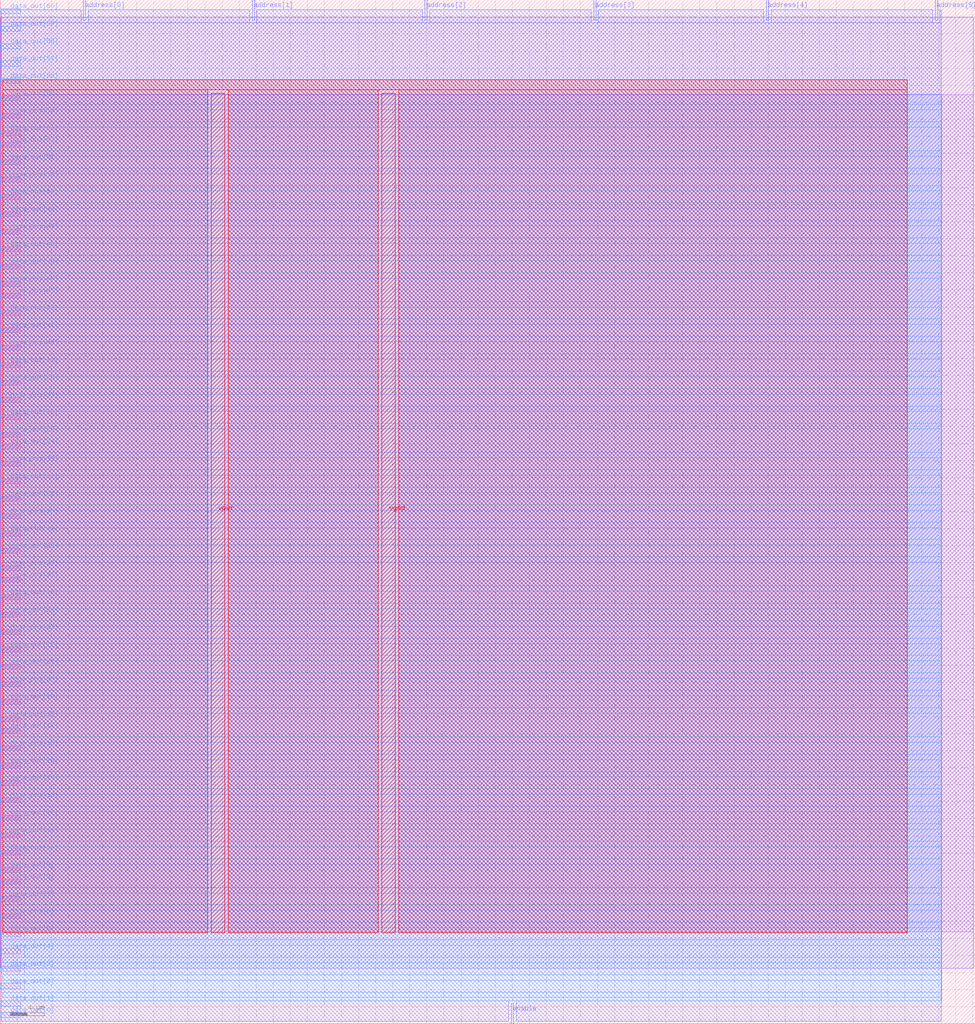
<source format=lef>
VERSION 5.7 ;
  NOWIREEXTENSIONATPIN ON ;
  DIVIDERCHAR "/" ;
  BUSBITCHARS "[]" ;
MACRO decoder6to61
  CLASS BLOCK ;
  FOREIGN decoder6to61 ;
  ORIGIN 0.000 0.000 ;
  SIZE 114.270 BY 120.000 ;
  PIN address[0]
    DIRECTION INPUT ;
    PORT
      LAYER met2 ;
        RECT 9.750 117.600 10.030 120.000 ;
    END
  END address[0]
  PIN address[1]
    DIRECTION INPUT ;
    PORT
      LAYER met2 ;
        RECT 29.530 117.600 29.810 120.000 ;
    END
  END address[1]
  PIN address[2]
    DIRECTION INPUT ;
    PORT
      LAYER met2 ;
        RECT 49.770 117.600 50.050 120.000 ;
    END
  END address[2]
  PIN address[3]
    DIRECTION INPUT ;
    PORT
      LAYER met2 ;
        RECT 69.550 117.600 69.830 120.000 ;
    END
  END address[3]
  PIN address[4]
    DIRECTION INPUT ;
    PORT
      LAYER met2 ;
        RECT 89.790 117.600 90.070 120.000 ;
    END
  END address[4]
  PIN address[5]
    DIRECTION INPUT ;
    PORT
      LAYER met2 ;
        RECT 109.570 117.600 109.850 120.000 ;
    END
  END address[5]
  PIN data_out[0]
    DIRECTION OUTPUT TRISTATE ;
    PORT
      LAYER met3 ;
        RECT 0.000 0.720 2.400 1.320 ;
    END
  END data_out[0]
  PIN data_out[10]
    DIRECTION OUTPUT TRISTATE ;
    PORT
      LAYER met3 ;
        RECT 0.000 19.760 2.400 20.360 ;
    END
  END data_out[10]
  PIN data_out[11]
    DIRECTION OUTPUT TRISTATE ;
    PORT
      LAYER met3 ;
        RECT 0.000 21.800 2.400 22.400 ;
    END
  END data_out[11]
  PIN data_out[12]
    DIRECTION OUTPUT TRISTATE ;
    PORT
      LAYER met3 ;
        RECT 0.000 23.840 2.400 24.440 ;
    END
  END data_out[12]
  PIN data_out[13]
    DIRECTION OUTPUT TRISTATE ;
    PORT
      LAYER met3 ;
        RECT 0.000 25.880 2.400 26.480 ;
    END
  END data_out[13]
  PIN data_out[14]
    DIRECTION OUTPUT TRISTATE ;
    PORT
      LAYER met3 ;
        RECT 0.000 27.920 2.400 28.520 ;
    END
  END data_out[14]
  PIN data_out[15]
    DIRECTION OUTPUT TRISTATE ;
    PORT
      LAYER met3 ;
        RECT 0.000 29.960 2.400 30.560 ;
    END
  END data_out[15]
  PIN data_out[16]
    DIRECTION OUTPUT TRISTATE ;
    PORT
      LAYER met3 ;
        RECT 0.000 32.000 2.400 32.600 ;
    END
  END data_out[16]
  PIN data_out[17]
    DIRECTION OUTPUT TRISTATE ;
    PORT
      LAYER met3 ;
        RECT 0.000 34.040 2.400 34.640 ;
    END
  END data_out[17]
  PIN data_out[18]
    DIRECTION OUTPUT TRISTATE ;
    PORT
      LAYER met3 ;
        RECT 0.000 35.400 2.400 36.000 ;
    END
  END data_out[18]
  PIN data_out[19]
    DIRECTION OUTPUT TRISTATE ;
    PORT
      LAYER met3 ;
        RECT 0.000 37.440 2.400 38.040 ;
    END
  END data_out[19]
  PIN data_out[1]
    DIRECTION OUTPUT TRISTATE ;
    PORT
      LAYER met3 ;
        RECT 0.000 2.080 2.400 2.680 ;
    END
  END data_out[1]
  PIN data_out[20]
    DIRECTION OUTPUT TRISTATE ;
    PORT
      LAYER met3 ;
        RECT 0.000 39.480 2.400 40.080 ;
    END
  END data_out[20]
  PIN data_out[21]
    DIRECTION OUTPUT TRISTATE ;
    PORT
      LAYER met3 ;
        RECT 0.000 41.520 2.400 42.120 ;
    END
  END data_out[21]
  PIN data_out[22]
    DIRECTION OUTPUT TRISTATE ;
    PORT
      LAYER met3 ;
        RECT 0.000 43.560 2.400 44.160 ;
    END
  END data_out[22]
  PIN data_out[23]
    DIRECTION OUTPUT TRISTATE ;
    PORT
      LAYER met3 ;
        RECT 0.000 45.600 2.400 46.200 ;
    END
  END data_out[23]
  PIN data_out[24]
    DIRECTION OUTPUT TRISTATE ;
    PORT
      LAYER met3 ;
        RECT 0.000 47.640 2.400 48.240 ;
    END
  END data_out[24]
  PIN data_out[25]
    DIRECTION OUTPUT TRISTATE ;
    PORT
      LAYER met3 ;
        RECT 0.000 49.680 2.400 50.280 ;
    END
  END data_out[25]
  PIN data_out[26]
    DIRECTION OUTPUT TRISTATE ;
    PORT
      LAYER met3 ;
        RECT 0.000 51.720 2.400 52.320 ;
    END
  END data_out[26]
  PIN data_out[27]
    DIRECTION OUTPUT TRISTATE ;
    PORT
      LAYER met3 ;
        RECT 0.000 53.080 2.400 53.680 ;
    END
  END data_out[27]
  PIN data_out[28]
    DIRECTION OUTPUT TRISTATE ;
    PORT
      LAYER met3 ;
        RECT 0.000 55.120 2.400 55.720 ;
    END
  END data_out[28]
  PIN data_out[29]
    DIRECTION OUTPUT TRISTATE ;
    PORT
      LAYER met3 ;
        RECT 0.000 57.160 2.400 57.760 ;
    END
  END data_out[29]
  PIN data_out[2]
    DIRECTION OUTPUT TRISTATE ;
    PORT
      LAYER met3 ;
        RECT 0.000 4.120 2.400 4.720 ;
    END
  END data_out[2]
  PIN data_out[30]
    DIRECTION OUTPUT TRISTATE ;
    PORT
      LAYER met3 ;
        RECT 0.000 59.200 2.400 59.800 ;
    END
  END data_out[30]
  PIN data_out[31]
    DIRECTION OUTPUT TRISTATE ;
    PORT
      LAYER met3 ;
        RECT 0.000 61.240 2.400 61.840 ;
    END
  END data_out[31]
  PIN data_out[32]
    DIRECTION OUTPUT TRISTATE ;
    PORT
      LAYER met3 ;
        RECT 0.000 63.280 2.400 63.880 ;
    END
  END data_out[32]
  PIN data_out[33]
    DIRECTION OUTPUT TRISTATE ;
    PORT
      LAYER met3 ;
        RECT 0.000 65.320 2.400 65.920 ;
    END
  END data_out[33]
  PIN data_out[34]
    DIRECTION OUTPUT TRISTATE ;
    PORT
      LAYER met3 ;
        RECT 0.000 67.360 2.400 67.960 ;
    END
  END data_out[34]
  PIN data_out[35]
    DIRECTION OUTPUT TRISTATE ;
    PORT
      LAYER met3 ;
        RECT 0.000 68.720 2.400 69.320 ;
    END
  END data_out[35]
  PIN data_out[36]
    DIRECTION OUTPUT TRISTATE ;
    PORT
      LAYER met3 ;
        RECT 0.000 70.760 2.400 71.360 ;
    END
  END data_out[36]
  PIN data_out[37]
    DIRECTION OUTPUT TRISTATE ;
    PORT
      LAYER met3 ;
        RECT 0.000 72.800 2.400 73.400 ;
    END
  END data_out[37]
  PIN data_out[38]
    DIRECTION OUTPUT TRISTATE ;
    PORT
      LAYER met3 ;
        RECT 0.000 74.840 2.400 75.440 ;
    END
  END data_out[38]
  PIN data_out[39]
    DIRECTION OUTPUT TRISTATE ;
    PORT
      LAYER met3 ;
        RECT 0.000 76.880 2.400 77.480 ;
    END
  END data_out[39]
  PIN data_out[3]
    DIRECTION OUTPUT TRISTATE ;
    PORT
      LAYER met3 ;
        RECT 0.000 6.160 2.400 6.760 ;
    END
  END data_out[3]
  PIN data_out[40]
    DIRECTION OUTPUT TRISTATE ;
    PORT
      LAYER met3 ;
        RECT 0.000 78.920 2.400 79.520 ;
    END
  END data_out[40]
  PIN data_out[41]
    DIRECTION OUTPUT TRISTATE ;
    PORT
      LAYER met3 ;
        RECT 0.000 80.960 2.400 81.560 ;
    END
  END data_out[41]
  PIN data_out[42]
    DIRECTION OUTPUT TRISTATE ;
    PORT
      LAYER met3 ;
        RECT 0.000 83.000 2.400 83.600 ;
    END
  END data_out[42]
  PIN data_out[43]
    DIRECTION OUTPUT TRISTATE ;
    PORT
      LAYER met3 ;
        RECT 0.000 85.040 2.400 85.640 ;
    END
  END data_out[43]
  PIN data_out[44]
    DIRECTION OUTPUT TRISTATE ;
    PORT
      LAYER met3 ;
        RECT 0.000 86.400 2.400 87.000 ;
    END
  END data_out[44]
  PIN data_out[45]
    DIRECTION OUTPUT TRISTATE ;
    PORT
      LAYER met3 ;
        RECT 0.000 88.440 2.400 89.040 ;
    END
  END data_out[45]
  PIN data_out[46]
    DIRECTION OUTPUT TRISTATE ;
    PORT
      LAYER met3 ;
        RECT 0.000 90.480 2.400 91.080 ;
    END
  END data_out[46]
  PIN data_out[47]
    DIRECTION OUTPUT TRISTATE ;
    PORT
      LAYER met3 ;
        RECT 0.000 92.520 2.400 93.120 ;
    END
  END data_out[47]
  PIN data_out[48]
    DIRECTION OUTPUT TRISTATE ;
    PORT
      LAYER met3 ;
        RECT 0.000 94.560 2.400 95.160 ;
    END
  END data_out[48]
  PIN data_out[49]
    DIRECTION OUTPUT TRISTATE ;
    PORT
      LAYER met3 ;
        RECT 0.000 96.600 2.400 97.200 ;
    END
  END data_out[49]
  PIN data_out[4]
    DIRECTION OUTPUT TRISTATE ;
    PORT
      LAYER met3 ;
        RECT 0.000 8.200 2.400 8.800 ;
    END
  END data_out[4]
  PIN data_out[50]
    DIRECTION OUTPUT TRISTATE ;
    PORT
      LAYER met3 ;
        RECT 0.000 98.640 2.400 99.240 ;
    END
  END data_out[50]
  PIN data_out[51]
    DIRECTION OUTPUT TRISTATE ;
    PORT
      LAYER met3 ;
        RECT 0.000 100.680 2.400 101.280 ;
    END
  END data_out[51]
  PIN data_out[52]
    DIRECTION OUTPUT TRISTATE ;
    PORT
      LAYER met3 ;
        RECT 0.000 102.720 2.400 103.320 ;
    END
  END data_out[52]
  PIN data_out[53]
    DIRECTION OUTPUT TRISTATE ;
    PORT
      LAYER met3 ;
        RECT 0.000 104.080 2.400 104.680 ;
    END
  END data_out[53]
  PIN data_out[54]
    DIRECTION OUTPUT TRISTATE ;
    PORT
      LAYER met3 ;
        RECT 0.000 106.120 2.400 106.720 ;
    END
  END data_out[54]
  PIN data_out[55]
    DIRECTION OUTPUT TRISTATE ;
    PORT
      LAYER met3 ;
        RECT 0.000 108.160 2.400 108.760 ;
    END
  END data_out[55]
  PIN data_out[56]
    DIRECTION OUTPUT TRISTATE ;
    PORT
      LAYER met3 ;
        RECT 0.000 110.200 2.400 110.800 ;
    END
  END data_out[56]
  PIN data_out[57]
    DIRECTION OUTPUT TRISTATE ;
    PORT
      LAYER met3 ;
        RECT 0.000 112.240 2.400 112.840 ;
    END
  END data_out[57]
  PIN data_out[58]
    DIRECTION OUTPUT TRISTATE ;
    PORT
      LAYER met3 ;
        RECT 0.000 114.280 2.400 114.880 ;
    END
  END data_out[58]
  PIN data_out[59]
    DIRECTION OUTPUT TRISTATE ;
    PORT
      LAYER met3 ;
        RECT 0.000 116.320 2.400 116.920 ;
    END
  END data_out[59]
  PIN data_out[5]
    DIRECTION OUTPUT TRISTATE ;
    PORT
      LAYER met3 ;
        RECT 0.000 10.240 2.400 10.840 ;
    END
  END data_out[5]
  PIN data_out[60]
    DIRECTION OUTPUT TRISTATE ;
    PORT
      LAYER met3 ;
        RECT 0.000 118.360 2.400 118.960 ;
    END
  END data_out[60]
  PIN data_out[6]
    DIRECTION OUTPUT TRISTATE ;
    PORT
      LAYER met3 ;
        RECT 0.000 12.280 2.400 12.880 ;
    END
  END data_out[6]
  PIN data_out[7]
    DIRECTION OUTPUT TRISTATE ;
    PORT
      LAYER met3 ;
        RECT 0.000 14.320 2.400 14.920 ;
    END
  END data_out[7]
  PIN data_out[8]
    DIRECTION OUTPUT TRISTATE ;
    PORT
      LAYER met3 ;
        RECT 0.000 16.360 2.400 16.960 ;
    END
  END data_out[8]
  PIN data_out[9]
    DIRECTION OUTPUT TRISTATE ;
    PORT
      LAYER met3 ;
        RECT 0.000 17.720 2.400 18.320 ;
    END
  END data_out[9]
  PIN enable
    DIRECTION INPUT ;
    PORT
      LAYER met2 ;
        RECT 59.890 0.000 60.170 2.400 ;
    END
  END enable
  PIN vpwr
    DIRECTION INPUT ;
    PORT
      LAYER met4 ;
        RECT 24.720 10.640 26.320 109.040 ;
    END
  END vpwr
  PIN vgnd
    DIRECTION INPUT ;
    PORT
      LAYER met4 ;
        RECT 44.720 10.640 46.320 109.040 ;
    END
  END vgnd
  OBS
      LAYER li1 ;
        RECT 0.145 10.795 114.080 108.885 ;
      LAYER met1 ;
        RECT 0.070 6.500 114.080 117.940 ;
      LAYER met2 ;
        RECT 0.090 117.320 9.470 118.845 ;
        RECT 10.310 117.320 29.250 118.845 ;
        RECT 30.090 117.320 49.490 118.845 ;
        RECT 50.330 117.320 69.270 118.845 ;
        RECT 70.110 117.320 89.510 118.845 ;
        RECT 90.350 117.320 109.290 118.845 ;
        RECT 110.130 117.320 110.310 118.845 ;
        RECT 0.090 2.680 110.310 117.320 ;
        RECT 0.090 0.270 59.610 2.680 ;
        RECT 60.450 0.270 110.310 2.680 ;
      LAYER met3 ;
        RECT 2.800 107.760 110.335 108.965 ;
        RECT 0.270 107.120 110.335 107.760 ;
        RECT 2.800 105.720 110.335 107.120 ;
        RECT 0.270 105.080 110.335 105.720 ;
        RECT 2.800 102.320 110.335 105.080 ;
        RECT 0.270 101.680 110.335 102.320 ;
        RECT 2.800 100.280 110.335 101.680 ;
        RECT 0.270 99.640 110.335 100.280 ;
        RECT 2.800 98.240 110.335 99.640 ;
        RECT 0.270 97.600 110.335 98.240 ;
        RECT 2.800 96.200 110.335 97.600 ;
        RECT 0.270 95.560 110.335 96.200 ;
        RECT 2.800 94.160 110.335 95.560 ;
        RECT 0.270 93.520 110.335 94.160 ;
        RECT 2.800 92.120 110.335 93.520 ;
        RECT 0.270 91.480 110.335 92.120 ;
        RECT 2.800 90.080 110.335 91.480 ;
        RECT 0.270 89.440 110.335 90.080 ;
        RECT 2.800 88.040 110.335 89.440 ;
        RECT 0.270 87.400 110.335 88.040 ;
        RECT 2.800 84.640 110.335 87.400 ;
        RECT 0.270 84.000 110.335 84.640 ;
        RECT 2.800 82.600 110.335 84.000 ;
        RECT 0.270 81.960 110.335 82.600 ;
        RECT 2.800 80.560 110.335 81.960 ;
        RECT 0.270 79.920 110.335 80.560 ;
        RECT 2.800 78.520 110.335 79.920 ;
        RECT 0.270 77.880 110.335 78.520 ;
        RECT 2.800 76.480 110.335 77.880 ;
        RECT 0.270 75.840 110.335 76.480 ;
        RECT 2.800 74.440 110.335 75.840 ;
        RECT 0.270 73.800 110.335 74.440 ;
        RECT 2.800 72.400 110.335 73.800 ;
        RECT 0.270 71.760 110.335 72.400 ;
        RECT 2.800 70.360 110.335 71.760 ;
        RECT 0.270 69.720 110.335 70.360 ;
        RECT 2.800 66.960 110.335 69.720 ;
        RECT 0.270 66.320 110.335 66.960 ;
        RECT 2.800 64.920 110.335 66.320 ;
        RECT 0.270 64.280 110.335 64.920 ;
        RECT 2.800 62.880 110.335 64.280 ;
        RECT 0.270 62.240 110.335 62.880 ;
        RECT 2.800 60.840 110.335 62.240 ;
        RECT 0.270 60.200 110.335 60.840 ;
        RECT 2.800 58.800 110.335 60.200 ;
        RECT 0.270 58.160 110.335 58.800 ;
        RECT 2.800 56.760 110.335 58.160 ;
        RECT 0.270 56.120 110.335 56.760 ;
        RECT 2.800 54.720 110.335 56.120 ;
        RECT 0.270 54.080 110.335 54.720 ;
        RECT 2.800 51.320 110.335 54.080 ;
        RECT 0.270 50.680 110.335 51.320 ;
        RECT 2.800 49.280 110.335 50.680 ;
        RECT 0.270 48.640 110.335 49.280 ;
        RECT 2.800 47.240 110.335 48.640 ;
        RECT 0.270 46.600 110.335 47.240 ;
        RECT 2.800 45.200 110.335 46.600 ;
        RECT 0.270 44.560 110.335 45.200 ;
        RECT 2.800 43.160 110.335 44.560 ;
        RECT 0.270 42.520 110.335 43.160 ;
        RECT 2.800 41.120 110.335 42.520 ;
        RECT 0.270 40.480 110.335 41.120 ;
        RECT 2.800 39.080 110.335 40.480 ;
        RECT 0.270 38.440 110.335 39.080 ;
        RECT 2.800 37.040 110.335 38.440 ;
        RECT 0.270 36.400 110.335 37.040 ;
        RECT 2.800 33.640 110.335 36.400 ;
        RECT 0.270 33.000 110.335 33.640 ;
        RECT 2.800 31.600 110.335 33.000 ;
        RECT 0.270 30.960 110.335 31.600 ;
        RECT 2.800 29.560 110.335 30.960 ;
        RECT 0.270 28.920 110.335 29.560 ;
        RECT 2.800 27.520 110.335 28.920 ;
        RECT 0.270 26.880 110.335 27.520 ;
        RECT 2.800 25.480 110.335 26.880 ;
        RECT 0.270 24.840 110.335 25.480 ;
        RECT 2.800 23.440 110.335 24.840 ;
        RECT 0.270 22.800 110.335 23.440 ;
        RECT 2.800 21.400 110.335 22.800 ;
        RECT 0.270 20.760 110.335 21.400 ;
        RECT 2.800 19.360 110.335 20.760 ;
        RECT 0.270 18.720 110.335 19.360 ;
        RECT 2.800 15.960 110.335 18.720 ;
        RECT 0.270 15.320 110.335 15.960 ;
        RECT 2.800 13.920 110.335 15.320 ;
        RECT 0.270 13.280 110.335 13.920 ;
        RECT 2.800 11.880 110.335 13.280 ;
        RECT 0.270 11.240 110.335 11.880 ;
        RECT 2.800 9.840 110.335 11.240 ;
        RECT 0.270 9.200 110.335 9.840 ;
        RECT 2.800 7.800 110.335 9.200 ;
        RECT 0.270 7.160 110.335 7.800 ;
        RECT 2.800 5.760 110.335 7.160 ;
        RECT 0.270 5.120 110.335 5.760 ;
        RECT 2.800 3.720 110.335 5.120 ;
        RECT 0.270 3.080 110.335 3.720 ;
        RECT 2.800 2.680 110.335 3.080 ;
      LAYER met4 ;
        RECT 0.295 109.440 106.320 110.665 ;
        RECT 0.295 10.640 24.320 109.440 ;
        RECT 26.720 10.640 44.320 109.440 ;
        RECT 46.720 10.640 106.320 109.440 ;
  END
END decoder6to61
END LIBRARY


</source>
